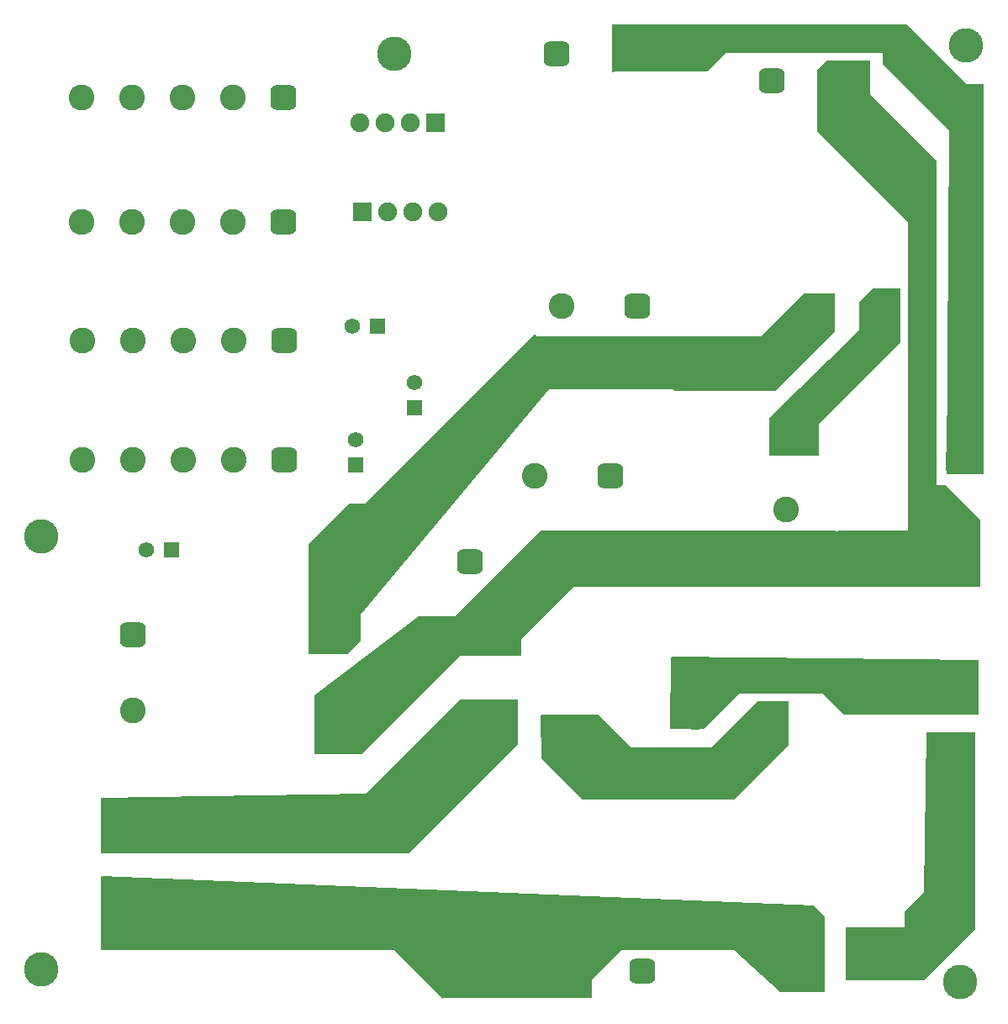
<source format=gbs>
G04*
G04 #@! TF.GenerationSoftware,Altium Limited,Altium Designer,22.1.2 (22)*
G04*
G04 Layer_Color=16711935*
%FSLAX25Y25*%
%MOIN*%
G70*
G04*
G04 #@! TF.SameCoordinates,BA90D39C-088B-4E96-BCAD-EBD8A34635F5*
G04*
G04*
G04 #@! TF.FilePolarity,Negative*
G04*
G01*
G75*
%ADD14C,0.10249*%
G04:AMPARAMS|DCode=15|XSize=102.49mil|YSize=102.49mil|CornerRadius=27.62mil|HoleSize=0mil|Usage=FLASHONLY|Rotation=0.000|XOffset=0mil|YOffset=0mil|HoleType=Round|Shape=RoundedRectangle|*
%AMROUNDEDRECTD15*
21,1,0.10249,0.04724,0,0,0.0*
21,1,0.04724,0.10249,0,0,0.0*
1,1,0.05524,0.02362,-0.02362*
1,1,0.05524,-0.02362,-0.02362*
1,1,0.05524,-0.02362,0.02362*
1,1,0.05524,0.02362,0.02362*
%
%ADD15ROUNDEDRECTD15*%
%ADD16C,0.06102*%
%ADD17R,0.06102X0.06102*%
G04:AMPARAMS|DCode=18|XSize=102.49mil|YSize=102.49mil|CornerRadius=27.62mil|HoleSize=0mil|Usage=FLASHONLY|Rotation=270.000|XOffset=0mil|YOffset=0mil|HoleType=Round|Shape=RoundedRectangle|*
%AMROUNDEDRECTD18*
21,1,0.10249,0.04724,0,0,270.0*
21,1,0.04724,0.10249,0,0,270.0*
1,1,0.05524,-0.02362,-0.02362*
1,1,0.05524,-0.02362,0.02362*
1,1,0.05524,0.02362,0.02362*
1,1,0.05524,0.02362,-0.02362*
%
%ADD18ROUNDEDRECTD18*%
%ADD19R,0.06181X0.06181*%
%ADD20C,0.06181*%
%ADD21R,0.06181X0.06181*%
%ADD22R,0.07493X0.07493*%
%ADD23C,0.07493*%
%ADD24C,0.13674*%
G36*
X330118Y270374D02*
X306201Y246457D01*
X266535D01*
X265256Y247736D01*
X264862Y247342D01*
X216535D01*
X142028Y157776D01*
Y147646D01*
X136508Y142126D01*
X121457D01*
Y185925D01*
X137402Y201870D01*
X143701D01*
X211024Y269193D01*
X212008Y268209D01*
X300689D01*
X317913Y285433D01*
X330118D01*
Y270374D01*
D02*
G37*
G36*
X356004Y265748D02*
X323819Y233563D01*
Y220965D01*
X303937D01*
Y235925D01*
X339764Y270650D01*
Y282087D01*
X344980Y287303D01*
X356004D01*
Y265748D01*
D02*
G37*
G36*
X382185Y368406D02*
X389075D01*
Y214075D01*
X388681Y213681D01*
X374545D01*
X374193Y214036D01*
X375423Y349872D01*
X349114Y376181D01*
Y380512D01*
X286516D01*
X279429Y373425D01*
X242520D01*
X242126Y373031D01*
X241732Y373425D01*
Y391929D01*
X358661D01*
X382185Y368406D01*
D02*
G37*
G36*
X344094Y364370D02*
X370472Y337992D01*
Y209252D01*
X374114D01*
X387795Y195571D01*
Y169095D01*
X226673D01*
X205709Y148130D01*
Y141634D01*
X181201D01*
X142224Y102657D01*
X123721D01*
Y125907D01*
X165146Y157185D01*
X179429D01*
X213583Y191339D01*
X330315D01*
X330906Y190748D01*
X331496Y191339D01*
X359154Y191339D01*
Y313484D01*
X323130Y349508D01*
Y373917D01*
X326772Y377559D01*
X344094D01*
Y364370D01*
D02*
G37*
G36*
X387008Y139862D02*
Y118209D01*
X333465D01*
X325197Y126476D01*
X291929D01*
X278150Y112697D01*
X265119D01*
X264768Y113052D01*
X265055Y140788D01*
X265413Y141138D01*
X387008Y139862D01*
D02*
G37*
G36*
X311713Y106102D02*
X290059Y84449D01*
X230118D01*
X213583Y100984D01*
X213294Y117852D01*
X213644Y118209D01*
X236319D01*
X249114Y105413D01*
X281201D01*
X299311Y123524D01*
X311713D01*
Y106102D01*
D02*
G37*
G36*
X204331Y106496D02*
X161122Y63287D01*
X39123D01*
Y85188D01*
X144095Y87008D01*
X181299Y124213D01*
X204331D01*
Y106496D01*
D02*
G37*
G36*
X385728Y33071D02*
X365453Y12795D01*
X334449D01*
Y31398D01*
Y33858D01*
X357579D01*
Y40059D01*
X365453Y47933D01*
X366437Y111122D01*
X385728D01*
Y33071D01*
D02*
G37*
G36*
X321514Y42758D02*
X326083Y38189D01*
Y8268D01*
X308268D01*
X290158Y25000D01*
X245177D01*
X233563Y13386D01*
Y5807D01*
X174803D01*
X174606Y5610D01*
X155217Y25000D01*
X39075D01*
Y53773D01*
X39435Y54119D01*
X321514Y42758D01*
D02*
G37*
D14*
X71280Y362894D02*
D03*
X91280D02*
D03*
X51279D02*
D03*
X31280D02*
D03*
X222126Y111909D02*
D03*
X320826Y276575D02*
D03*
X210984Y213090D02*
D03*
X313444Y22539D02*
D03*
X223779Y16732D02*
D03*
X215354Y179035D02*
D03*
X334882Y369587D02*
D03*
X249548Y380118D02*
D03*
X132087Y117184D02*
D03*
X379134Y188543D02*
D03*
X51673Y119940D02*
D03*
X375984Y101240D02*
D03*
X310630Y199665D02*
D03*
X221712Y280413D02*
D03*
X274566Y117323D02*
D03*
X31594Y219193D02*
D03*
X51595D02*
D03*
X91594D02*
D03*
X71595D02*
D03*
X31280Y313681D02*
D03*
X51279D02*
D03*
X91280D02*
D03*
X71280D02*
D03*
X31594Y266437D02*
D03*
X51595D02*
D03*
X91594D02*
D03*
X71595D02*
D03*
D15*
X111279Y362894D02*
D03*
X192126Y111909D02*
D03*
X350826Y276575D02*
D03*
X240984Y213090D02*
D03*
X343444Y22539D02*
D03*
X253779Y16732D02*
D03*
X185354Y179035D02*
D03*
X304882Y369587D02*
D03*
X219548Y380118D02*
D03*
X251712Y280413D02*
D03*
X304566Y117323D02*
D03*
X111594Y219193D02*
D03*
X111279Y313681D02*
D03*
X111594Y266437D02*
D03*
D16*
X122835Y71949D02*
D03*
X49311Y72540D02*
D03*
D17*
X122835Y42421D02*
D03*
X49311Y43012D02*
D03*
D18*
X132087Y147185D02*
D03*
X379134Y218543D02*
D03*
X51673Y149940D02*
D03*
X375984Y131240D02*
D03*
X310630Y229665D02*
D03*
D19*
X67028Y183760D02*
D03*
X148799Y272343D02*
D03*
D20*
X57028Y183760D02*
D03*
X138799Y272343D02*
D03*
X139862Y227224D02*
D03*
X163484Y249783D02*
D03*
D21*
X139862Y217224D02*
D03*
X163484Y239783D02*
D03*
D22*
X142579Y317618D02*
D03*
X171831Y353051D02*
D03*
D23*
X152579Y317618D02*
D03*
X162579D02*
D03*
X172579D02*
D03*
X161831Y353051D02*
D03*
X151831D02*
D03*
X141831D02*
D03*
D24*
X15354Y188976D02*
D03*
X155413Y380118D02*
D03*
X381890Y383465D02*
D03*
X379528Y12106D02*
D03*
X15354Y17421D02*
D03*
M02*

</source>
